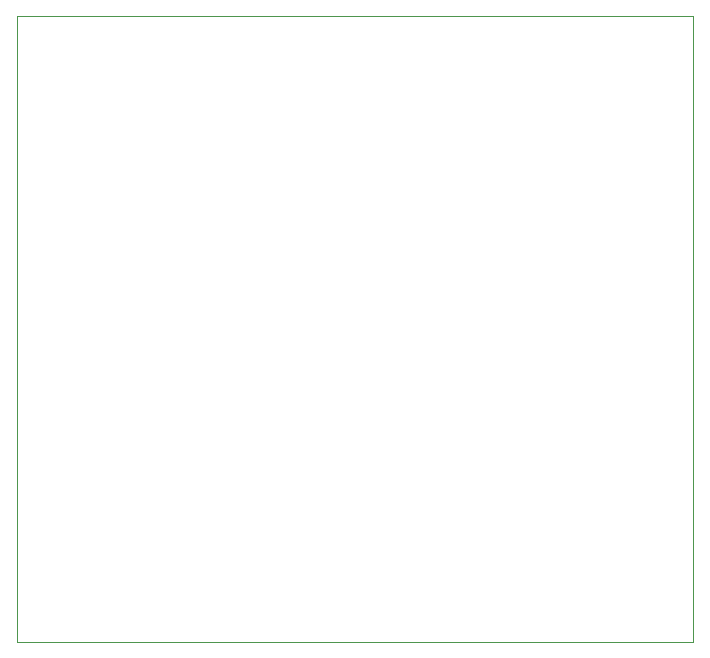
<source format=gbr>
%TF.GenerationSoftware,KiCad,Pcbnew,9.0.0*%
%TF.CreationDate,2025-03-21T22:40:37-06:00*%
%TF.ProjectId,pcb_desgin,7063625f-6465-4736-9769-6e2e6b696361,rev?*%
%TF.SameCoordinates,Original*%
%TF.FileFunction,Profile,NP*%
%FSLAX46Y46*%
G04 Gerber Fmt 4.6, Leading zero omitted, Abs format (unit mm)*
G04 Created by KiCad (PCBNEW 9.0.0) date 2025-03-21 22:40:37*
%MOMM*%
%LPD*%
G01*
G04 APERTURE LIST*
%TA.AperFunction,Profile*%
%ADD10C,0.050000*%
%TD*%
G04 APERTURE END LIST*
D10*
X91600000Y-33100000D02*
X148800000Y-33100000D01*
X148800000Y-86100000D01*
X91600000Y-86100000D01*
X91600000Y-33100000D01*
M02*

</source>
